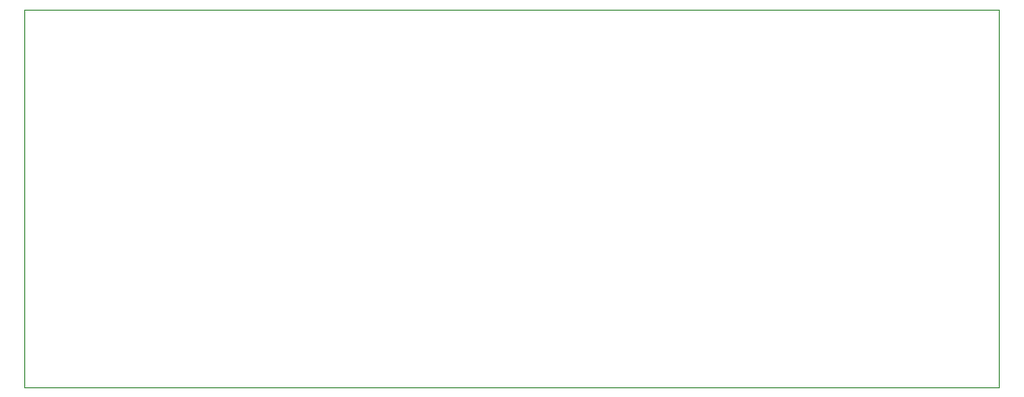
<source format=gbr>
%TF.GenerationSoftware,KiCad,Pcbnew,8.0.6*%
%TF.CreationDate,2025-05-31T15:30:40+01:00*%
%TF.ProjectId,Leo_Ground,4c656f5f-4772-46f7-956e-642e6b696361,rev?*%
%TF.SameCoordinates,Original*%
%TF.FileFunction,Profile,NP*%
%FSLAX46Y46*%
G04 Gerber Fmt 4.6, Leading zero omitted, Abs format (unit mm)*
G04 Created by KiCad (PCBNEW 8.0.6) date 2025-05-31 15:30:40*
%MOMM*%
%LPD*%
G01*
G04 APERTURE LIST*
%TA.AperFunction,Profile*%
%ADD10C,0.050000*%
%TD*%
G04 APERTURE END LIST*
D10*
X116000000Y-77500000D02*
X201000000Y-77500000D01*
X201000000Y-110500000D01*
X116000000Y-110500000D01*
X116000000Y-77500000D01*
M02*

</source>
